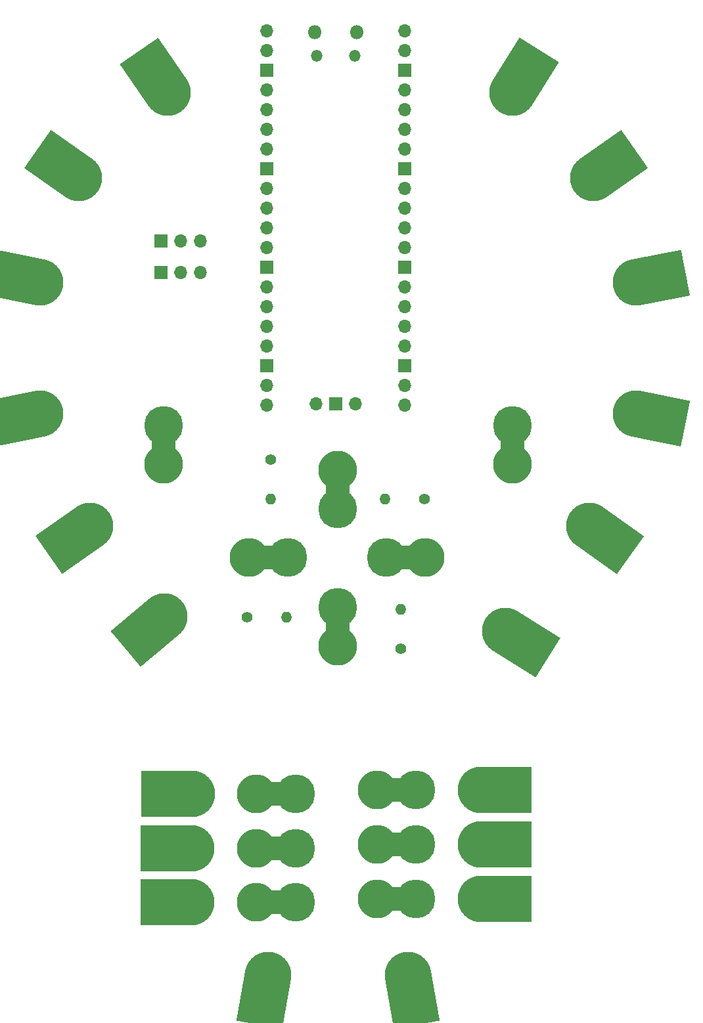
<source format=gbs>
%TF.GenerationSoftware,KiCad,Pcbnew,6.0.2+dfsg-1*%
%TF.CreationDate,2022-09-12T11:49:15+02:00*%
%TF.ProjectId,kidslab-lamp,6b696473-6c61-4622-9d6c-616d702e6b69,rev?*%
%TF.SameCoordinates,Original*%
%TF.FileFunction,Soldermask,Bot*%
%TF.FilePolarity,Negative*%
%FSLAX46Y46*%
G04 Gerber Fmt 4.6, Leading zero omitted, Abs format (unit mm)*
G04 Created by KiCad (PCBNEW 6.0.2+dfsg-1) date 2022-09-12 11:49:15*
%MOMM*%
%LPD*%
G01*
G04 APERTURE LIST*
G04 Aperture macros list*
%AMFreePoly0*
4,1,34,6.500000,-3.000000,0.000000,-3.000000,-0.000001,-2.998354,-0.313585,-2.983566,-0.654430,-2.927750,-0.986600,-2.833129,-1.305693,-2.700956,-1.607479,-2.532984,-1.887961,-2.331438,-2.143418,-2.098990,-2.370465,-1.838721,-2.566093,-1.554081,-2.727708,-1.248842,-2.853170,-0.927051,-2.940814,-0.592972,-2.989479,-0.251034,-2.998520,0.094232,-2.967817,0.438249,-2.897777,0.776457,-2.789329,1.104374,
-2.643910,1.417652,-2.463448,1.712141,-2.250333,1.983936,-2.007392,2.229434,-1.737844,2.445383,-1.445260,2.628920,-1.133522,2.777612,-0.806759,2.889488,-0.469303,2.963065,-0.125627,2.997368,0.000000,2.995395,0.000000,3.000000,6.500000,3.000000,6.500000,-3.000000,6.500000,-3.000000,$1*%
%AMFreePoly1*
4,1,48,0.468453,2.455718,0.772542,2.377641,1.064448,2.262068,1.339567,2.110820,1.593560,1.926283,1.822422,1.711368,1.955916,1.550000,3.250000,1.550000,3.285355,1.535355,3.300000,1.500000,3.300000,-1.500000,3.285355,-1.535355,3.250000,-1.550000,1.955916,-1.550000,1.822422,-1.711368,1.593560,-1.926283,1.339567,-2.110820,1.064448,-2.262068,0.772542,-2.377641,0.468453,-2.455718,
0.156976,-2.495067,-0.156976,-2.495067,-0.468453,-2.455718,-0.772542,-2.377641,-1.064448,-2.262068,-1.339567,-2.110820,-1.593560,-1.926283,-1.822422,-1.711368,-2.022542,-1.469463,-2.190767,-1.204384,-2.324441,-0.920311,-2.421458,-0.621725,-2.480287,-0.313333,-2.500000,0.000000,-2.480287,0.313333,-2.421458,0.621725,-2.324441,0.920311,-2.190767,1.204384,-2.022542,1.469463,-1.822422,1.711368,
-1.593560,1.926283,-1.339567,2.110820,-1.064448,2.262068,-0.772542,2.377641,-0.468453,2.455718,-0.156976,2.495067,0.156976,2.495067,0.468453,2.455718,0.468453,2.455718,$1*%
G04 Aperture macros list end*
%ADD10O,1.800000X1.800000*%
%ADD11O,1.500000X1.500000*%
%ADD12O,1.700000X1.700000*%
%ADD13R,1.700000X1.700000*%
%ADD14FreePoly0,328.000000*%
%ADD15FreePoly1,90.000000*%
%ADD16C,5.000000*%
%ADD17FreePoly1,270.000000*%
%ADD18FreePoly0,0.000000*%
%ADD19FreePoly0,191.500000*%
%ADD20FreePoly0,215.000000*%
%ADD21FreePoly0,180.000000*%
%ADD22FreePoly1,0.000000*%
%ADD23FreePoly0,280.000000*%
%ADD24FreePoly0,145.000000*%
%ADD25FreePoly0,220.000000*%
%ADD26FreePoly0,58.000000*%
%ADD27FreePoly1,180.000000*%
%ADD28FreePoly0,260.000000*%
%ADD29C,1.400000*%
%ADD30O,1.400000X1.400000*%
%ADD31FreePoly0,348.500000*%
%ADD32FreePoly0,11.000000*%
%ADD33FreePoly0,35.000000*%
%ADD34FreePoly0,124.500000*%
%ADD35FreePoly0,168.500000*%
%ADD36FreePoly0,324.500000*%
G04 APERTURE END LIST*
D10*
%TO.C,U1*%
X146913000Y-41424000D03*
X152363000Y-41424000D03*
D11*
X147213000Y-44454000D03*
X152063000Y-44454000D03*
D12*
X140748000Y-41294000D03*
X140748000Y-43834000D03*
D13*
X140748000Y-46374000D03*
D12*
X140748000Y-48914000D03*
X140748000Y-51454000D03*
X140748000Y-53994000D03*
X140748000Y-56534000D03*
D13*
X140748000Y-59074000D03*
D12*
X140748000Y-61614000D03*
X140748000Y-64154000D03*
X140748000Y-66694000D03*
X140748000Y-69234000D03*
D13*
X140748000Y-71774000D03*
D12*
X140748000Y-74314000D03*
X140748000Y-76854000D03*
X140748000Y-79394000D03*
X140748000Y-81934000D03*
D13*
X140748000Y-84474000D03*
D12*
X140748000Y-87014000D03*
X140748000Y-89554000D03*
X158528000Y-89554000D03*
X158528000Y-87014000D03*
D13*
X158528000Y-84474000D03*
D12*
X158528000Y-81934000D03*
X158528000Y-79394000D03*
X158528000Y-76854000D03*
X158528000Y-74314000D03*
D13*
X158528000Y-71774000D03*
D12*
X158528000Y-69234000D03*
X158528000Y-66694000D03*
X158528000Y-64154000D03*
X158528000Y-61614000D03*
D13*
X158528000Y-59074000D03*
D12*
X158528000Y-56534000D03*
X158528000Y-53994000D03*
X158528000Y-51454000D03*
X158528000Y-48914000D03*
D13*
X158528000Y-46374000D03*
D12*
X158528000Y-43834000D03*
X158528000Y-41294000D03*
X147098000Y-89324000D03*
D13*
X149638000Y-89324000D03*
D12*
X152178000Y-89324000D03*
%TD*%
D14*
%TO.C,E39*%
X171528000Y-118610000D03*
%TD*%
D15*
%TO.C,GPIO18*%
X172438000Y-97154000D03*
D16*
X172438000Y-92154000D03*
%TD*%
D17*
%TO.C,GPIO15*%
X149938000Y-97944000D03*
D16*
X149938000Y-102944000D03*
%TD*%
D18*
%TO.C,E30*%
X168338000Y-146154000D03*
%TD*%
D19*
%TO.C,GPIO3*%
X111535992Y-90634063D03*
%TD*%
D13*
%TO.C,C1*%
X127093000Y-68318000D03*
D12*
X129633000Y-68318000D03*
X132173000Y-68318000D03*
%TD*%
D20*
%TO.C,GPIO4*%
X118019915Y-105096642D03*
%TD*%
D21*
%TO.C,E34*%
X131038000Y-153654000D03*
%TD*%
D22*
%TO.C,B6*%
X154938000Y-139154000D03*
D16*
X159938000Y-139154000D03*
%TD*%
D23*
%TO.C,E37*%
X158920635Y-163055519D03*
%TD*%
D24*
%TO.C,GPIO1*%
X116519915Y-60211358D03*
%TD*%
D25*
%TO.C,E40*%
X127514604Y-116767721D03*
%TD*%
D26*
%TO.C,GPIO28*%
X172385008Y-49238805D03*
%TD*%
D16*
%TO.C,GPIO14*%
X143478000Y-109154000D03*
D22*
X138478000Y-109154000D03*
%TD*%
D18*
%TO.C,E31*%
X168338000Y-139154000D03*
%TD*%
D27*
%TO.C,GPIO16*%
X161148000Y-109154000D03*
D16*
X156148000Y-109154000D03*
%TD*%
%TO.C,GPIO13*%
X127438000Y-92154000D03*
D15*
X127438000Y-97154000D03*
%TD*%
D28*
%TO.C,E38*%
X140955365Y-163055519D03*
%TD*%
D22*
%TO.C,B1*%
X154938000Y-153154000D03*
D16*
X159938000Y-153154000D03*
%TD*%
D21*
%TO.C,E33*%
X131098000Y-139654000D03*
%TD*%
D13*
%TO.C,C3*%
X127093000Y-72382000D03*
D12*
X129633000Y-72382000D03*
X132173000Y-72382000D03*
%TD*%
D29*
%TO.C,R3*%
X161036000Y-101600000D03*
D30*
X155956000Y-101600000D03*
%TD*%
D18*
%TO.C,E35*%
X168338000Y-153154000D03*
%TD*%
D16*
%TO.C,B2*%
X144438000Y-146654000D03*
D22*
X139438000Y-146654000D03*
%TD*%
%TO.C,B4*%
X139438000Y-153654000D03*
D16*
X144438000Y-153654000D03*
%TD*%
D31*
%TO.C,GPIO22*%
X188340008Y-90634063D03*
%TD*%
D16*
%TO.C,B3*%
X144438000Y-139654000D03*
D22*
X139438000Y-139654000D03*
%TD*%
D21*
%TO.C,E32*%
X131038000Y-146654000D03*
%TD*%
D29*
%TO.C,R1*%
X138176000Y-116840000D03*
D30*
X143256000Y-116840000D03*
%TD*%
D32*
%TO.C,GPIO26*%
X188339837Y-73673081D03*
%TD*%
D33*
%TO.C,GPIO27*%
X182856085Y-60211358D03*
%TD*%
D16*
%TO.C,B5*%
X159938000Y-146154000D03*
D22*
X154938000Y-146154000D03*
%TD*%
D34*
%TO.C,GPIO0*%
X127994641Y-49236413D03*
%TD*%
D29*
%TO.C,R2*%
X141224000Y-96520000D03*
D30*
X141224000Y-101600000D03*
%TD*%
D35*
%TO.C,GPIO2*%
X111535992Y-73673937D03*
%TD*%
D36*
%TO.C,GPIO21*%
X182356588Y-105095930D03*
%TD*%
D29*
%TO.C,R4*%
X157988000Y-120904000D03*
D30*
X157988000Y-115824000D03*
%TD*%
D15*
%TO.C,GPIO17*%
X149938000Y-120614000D03*
D16*
X149938000Y-115614000D03*
%TD*%
M02*

</source>
